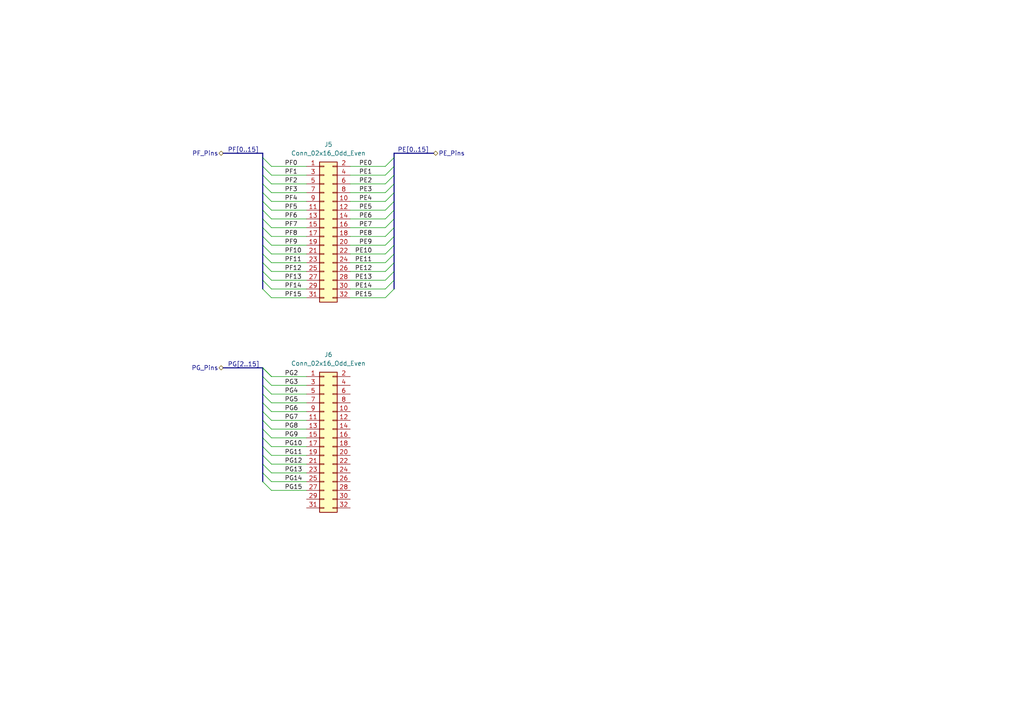
<source format=kicad_sch>
(kicad_sch (version 20250114) (generator "eeschema") (generator_version "9.0")
  (paper "A4")
  (lib_symbols
    (symbol "Connector_Generic:Conn_02x16_Odd_Even" (pin_names (offset 1.016) (hide yes))
      (property "Reference" "J" (at 1.27 20.32 0))
      (property "Value" "Conn_02x16_Odd_Even" (at 1.27 -22.86 0))
      (symbol "Conn_02x16_Odd_Even_1_1"
        (rectangle (start -1.27 19.05) (end 3.81 -21.59) (stroke (width 0.254)) (fill (type background)))
        (rectangle (start -1.27 17.907) (end 0 17.653) (stroke (width 0.1524)))
        (rectangle (start -1.27 15.367) (end 0 15.113) (stroke (width 0.1524)))
        (rectangle (start -1.27 12.827) (end 0 12.573) (stroke (width 0.1524)))
        (rectangle (start -1.27 10.287) (end 0 10.033) (stroke (width 0.1524)))
        (rectangle (start -1.27 7.747) (end 0 7.493) (stroke (width 0.1524)))
        (rectangle (start -1.27 5.207) (end 0 4.953) (stroke (width 0.1524)))
        (rectangle (start -1.27 2.667) (end 0 2.413) (stroke (width 0.1524)))
        (rectangle (start -1.27 0.127) (end 0 -0.127) (stroke (width 0.1524)))
        (rectangle (start -1.27 -2.413) (end 0 -2.667) (stroke (width 0.1524)))
        (rectangle (start -1.27 -4.953) (end 0 -5.207) (stroke (width 0.1524)))
        (rectangle (start -1.27 -7.493) (end 0 -7.747) (stroke (width 0.1524)))
        (rectangle (start -1.27 -10.033) (end 0 -10.287) (stroke (width 0.1524)))
        (rectangle (start -1.27 -12.573) (end 0 -12.827) (stroke (width 0.1524)))
        (rectangle (start -1.27 -15.113) (end 0 -15.367) (stroke (width 0.1524)))
        (rectangle (start -1.27 -17.653) (end 0 -17.907) (stroke (width 0.1524)))
        (rectangle (start -1.27 -20.193) (end 0 -20.447) (stroke (width 0.1524)))
        (rectangle (start 3.81 17.907) (end 2.54 17.653) (stroke (width 0.1524)))
        (rectangle (start 3.81 15.367) (end 2.54 15.113) (stroke (width 0.1524)))
        (rectangle (start 3.81 12.827) (end 2.54 12.573) (stroke (width 0.1524)))
        (rectangle (start 3.81 10.287) (end 2.54 10.033) (stroke (width 0.1524)))
        (rectangle (start 3.81 7.747) (end 2.54 7.493) (stroke (width 0.1524)))
        (rectangle (start 3.81 5.207) (end 2.54 4.953) (stroke (width 0.1524)))
        (rectangle (start 3.81 2.667) (end 2.54 2.413) (stroke (width 0.1524)))
        (rectangle (start 3.81 0.127) (end 2.54 -0.127) (stroke (width 0.1524)))
        (rectangle (start 3.81 -2.413) (end 2.54 -2.667) (stroke (width 0.1524)))
        (rectangle (start 3.81 -4.953) (end 2.54 -5.207) (stroke (width 0.1524)))
        (rectangle (start 3.81 -7.493) (end 2.54 -7.747) (stroke (width 0.1524)))
        (rectangle (start 3.81 -10.033) (end 2.54 -10.287) (stroke (width 0.1524)))
        (rectangle (start 3.81 -12.573) (end 2.54 -12.827) (stroke (width 0.1524)))
        (rectangle (start 3.81 -15.113) (end 2.54 -15.367) (stroke (width 0.1524)))
        (rectangle (start 3.81 -17.653) (end 2.54 -17.907) (stroke (width 0.1524)))
        (rectangle (start 3.81 -20.193) (end 2.54 -20.447) (stroke (width 0.1524)))
        (pin passive line (at -5.08 17.78 0) (length 3.81) (name "Pin_1") (number "1"))
        (pin passive line (at -5.08 15.24 0) (length 3.81) (name "Pin_3") (number "3"))
        (pin passive line (at -5.08 12.7 0) (length 3.81) (name "Pin_5") (number "5"))
        (pin passive line (at -5.08 10.16 0) (length 3.81) (name "Pin_7") (number "7"))
        (pin passive line (at -5.08 7.62 0) (length 3.81) (name "Pin_9") (number "9"))
        (pin passive line (at -5.08 5.08 0) (length 3.81) (name "Pin_11") (number "11"))
        (pin passive line (at -5.08 2.54 0) (length 3.81) (name "Pin_13") (number "13"))
        (pin passive line (at -5.08 0 0) (length 3.81) (name "Pin_15") (number "15"))
        (pin passive line (at -5.08 -2.54 0) (length 3.81) (name "Pin_17") (number "17"))
        (pin passive line (at -5.08 -5.08 0) (length 3.81) (name "Pin_19") (number "19"))
        (pin passive line (at -5.08 -7.62 0) (length 3.81) (name "Pin_21") (number "21"))
        (pin passive line (at -5.08 -10.16 0) (length 3.81) (name "Pin_23") (number "23"))
        (pin passive line (at -5.08 -12.7 0) (length 3.81) (name "Pin_25") (number "25"))
        (pin passive line (at -5.08 -15.24 0) (length 3.81) (name "Pin_27") (number "27"))
        (pin passive line (at -5.08 -17.78 0) (length 3.81) (name "Pin_29") (number "29"))
        (pin passive line (at -5.08 -20.32 0) (length 3.81) (name "Pin_31") (number "31"))
        (pin passive line (at 7.62 17.78 180) (length 3.81) (name "Pin_2") (number "2"))
        (pin passive line (at 7.62 15.24 180) (length 3.81) (name "Pin_4") (number "4"))
        (pin passive line (at 7.62 12.7 180) (length 3.81) (name "Pin_6") (number "6"))
        (pin passive line (at 7.62 10.16 180) (length 3.81) (name "Pin_8") (number "8"))
        (pin passive line (at 7.62 7.62 180) (length 3.81) (name "Pin_10") (number "10"))
        (pin passive line (at 7.62 5.08 180) (length 3.81) (name "Pin_12") (number "12"))
        (pin passive line (at 7.62 2.54 180) (length 3.81) (name "Pin_14") (number "14"))
        (pin passive line (at 7.62 0 180) (length 3.81) (name "Pin_16") (number "16"))
        (pin passive line (at 7.62 -2.54 180) (length 3.81) (name "Pin_18") (number "18"))
        (pin passive line (at 7.62 -5.08 180) (length 3.81) (name "Pin_20") (number "20"))
        (pin passive line (at 7.62 -7.62 180) (length 3.81) (name "Pin_22") (number "22"))
        (pin passive line (at 7.62 -10.16 180) (length 3.81) (name "Pin_24") (number "24"))
        (pin passive line (at 7.62 -12.7 180) (length 3.81) (name "Pin_26") (number "26"))
        (pin passive line (at 7.62 -15.24 180) (length 3.81) (name "Pin_28") (number "28"))
        (pin passive line (at 7.62 -17.78 180) (length 3.81) (name "Pin_30") (number "30"))
        (pin passive line (at 7.62 -20.32 180) (length 3.81) (name "Pin_32") (number "32"))
      )
    )
  )
  (bus_entry (at 114.3 71.12) (size -2.54 2.54))
  (bus_entry (at 114.3 60.96) (size -2.54 2.54))
  (bus_entry (at 76.2 106.68) (size 2.54 2.54))
  (bus_entry (at 76.2 71.12) (size 2.54 2.54))
  (bus_entry (at 76.2 124.46) (size 2.54 2.54))
  (bus_entry (at 76.2 78.74) (size 2.54 2.54))
  (bus_entry (at 114.3 66.04) (size -2.54 2.54))
  (bus_entry (at 114.3 76.2) (size -2.54 2.54))
  (bus_entry (at 114.3 48.26) (size -2.54 2.54))
  (bus_entry (at 114.3 63.5) (size -2.54 2.54))
  (bus_entry (at 76.2 73.66) (size 2.54 2.54))
  (bus_entry (at 76.2 66.04) (size 2.54 2.54))
  (bus_entry (at 76.2 58.42) (size 2.54 2.54))
  (bus_entry (at 76.2 55.88) (size 2.54 2.54))
  (bus_entry (at 114.3 55.88) (size -2.54 2.54))
  (bus_entry (at 114.3 58.42) (size -2.54 2.54))
  (bus_entry (at 114.3 81.28) (size -2.54 2.54))
  (bus_entry (at 76.2 109.22) (size 2.54 2.54))
  (bus_entry (at 76.2 121.92) (size 2.54 2.54))
  (bus_entry (at 76.2 129.54) (size 2.54 2.54))
  (bus_entry (at 76.2 60.96) (size 2.54 2.54))
  (bus_entry (at 114.3 73.66) (size -2.54 2.54))
  (bus_entry (at 76.2 48.26) (size 2.54 2.54))
  (bus_entry (at 76.2 134.62) (size 2.54 2.54))
  (bus_entry (at 76.2 53.34) (size 2.54 2.54))
  (bus_entry (at 114.3 53.34) (size -2.54 2.54))
  (bus_entry (at 76.2 132.08) (size 2.54 2.54))
  (bus_entry (at 76.2 137.16) (size 2.54 2.54))
  (bus_entry (at 114.3 83.82) (size -2.54 2.54))
  (bus_entry (at 76.2 116.84) (size 2.54 2.54))
  (bus_entry (at 76.2 127) (size 2.54 2.54))
  (bus_entry (at 76.2 81.28) (size 2.54 2.54))
  (bus_entry (at 76.2 45.72) (size 2.54 2.54))
  (bus_entry (at 76.2 139.7) (size 2.54 2.54))
  (bus_entry (at 114.3 68.58) (size -2.54 2.54))
  (bus_entry (at 76.2 114.3) (size 2.54 2.54))
  (bus_entry (at 76.2 119.38) (size 2.54 2.54))
  (bus_entry (at 76.2 68.58) (size 2.54 2.54))
  (bus_entry (at 76.2 76.2) (size 2.54 2.54))
  (bus_entry (at 76.2 106.68) (size 2.54 2.54))
  (bus_entry (at 76.2 111.76) (size 2.54 2.54))
  (bus_entry (at 76.2 63.5) (size 2.54 2.54))
  (bus_entry (at 76.2 50.8) (size 2.54 2.54))
  (bus_entry (at 76.2 83.82) (size 2.54 2.54))
  (bus_entry (at 114.3 78.74) (size -2.54 2.54))
  (bus_entry (at 114.3 50.8) (size -2.54 2.54))
  (bus_entry (at 114.3 45.72) (size -2.54 2.54))
  (bus (pts (xy 114.3 45.72) (xy 114.3 48.26)))
  (wire (pts (xy 111.76 86.36) (xy 101.6 86.36)))
  (wire (pts (xy 111.76 60.96) (xy 101.6 60.96)))
  (wire (pts (xy 78.74 58.42) (xy 88.9 58.42)))
  (wire (pts (xy 78.74 114.3) (xy 88.9 114.3)))
  (wire (pts (xy 78.74 86.36) (xy 88.9 86.36)))
  (wire (pts (xy 111.76 78.74) (xy 101.6 78.74)))
  (wire (pts (xy 111.76 58.42) (xy 101.6 58.42)))
  (wire (pts (xy 78.74 71.12) (xy 88.9 71.12)))
  (wire (pts (xy 111.76 81.28) (xy 101.6 81.28)))
  (wire (pts (xy 78.74 116.84) (xy 88.9 116.84)))
  (wire (pts (xy 78.74 66.04) (xy 88.9 66.04)))
  (wire (pts (xy 78.74 124.46) (xy 88.9 124.46)))
  (bus (pts (xy 76.2 78.74) (xy 76.2 81.28)))
  (wire (pts (xy 111.76 50.8) (xy 101.6 50.8)))
  (wire (pts (xy 78.74 83.82) (xy 88.9 83.82)))
  (bus (pts (xy 114.3 76.2) (xy 114.3 78.74)))
  (wire (pts (xy 78.74 50.8) (xy 88.9 50.8)))
  (bus (pts (xy 64.77 106.68) (xy 76.2 106.68)))
  (bus (pts (xy 114.3 55.88) (xy 114.3 58.42)))
  (bus (pts (xy 114.3 63.5) (xy 114.3 66.04)))
  (wire (pts (xy 78.74 137.16) (xy 88.9 137.16)))
  (wire (pts (xy 78.74 73.66) (xy 88.9 73.66)))
  (wire (pts (xy 78.74 129.54) (xy 88.9 129.54)))
  (bus (pts (xy 76.2 66.04) (xy 76.2 68.58)))
  (bus (pts (xy 76.2 53.34) (xy 76.2 55.88)))
  (wire (pts (xy 78.74 132.08) (xy 88.9 132.08)))
  (bus (pts (xy 76.2 58.42) (xy 76.2 60.96)))
  (bus (pts (xy 76.2 124.46) (xy 76.2 127)))
  (wire (pts (xy 78.74 53.34) (xy 88.9 53.34)))
  (bus (pts (xy 114.3 73.66) (xy 114.3 76.2)))
  (bus (pts (xy 114.3 60.96) (xy 114.3 63.5)))
  (bus (pts (xy 76.2 132.08) (xy 76.2 134.62)))
  (bus (pts (xy 76.2 119.38) (xy 76.2 121.92)))
  (wire (pts (xy 111.76 73.66) (xy 101.6 73.66)))
  (bus (pts (xy 76.2 106.68) (xy 76.2 109.22)))
  (bus (pts (xy 114.3 44.45) (xy 114.3 45.72)))
  (wire (pts (xy 111.76 71.12) (xy 101.6 71.12)))
  (bus (pts (xy 76.2 63.5) (xy 76.2 66.04)))
  (bus (pts (xy 76.2 71.12) (xy 76.2 73.66)))
  (bus (pts (xy 114.3 58.42) (xy 114.3 60.96)))
  (bus (pts (xy 76.2 55.88) (xy 76.2 58.42)))
  (bus (pts (xy 76.2 134.62) (xy 76.2 137.16)))
  (bus (pts (xy 76.2 44.45) (xy 76.2 45.72)))
  (bus (pts (xy 114.3 78.74) (xy 114.3 81.28)))
  (bus (pts (xy 76.2 114.3) (xy 76.2 116.84)))
  (wire (pts (xy 78.74 111.76) (xy 88.9 111.76)))
  (wire (pts (xy 78.74 55.88) (xy 88.9 55.88)))
  (bus (pts (xy 76.2 45.72) (xy 76.2 48.26)))
  (bus (pts (xy 114.3 71.12) (xy 114.3 73.66)))
  (bus (pts (xy 114.3 81.28) (xy 114.3 83.82)))
  (wire (pts (xy 78.74 78.74) (xy 88.9 78.74)))
  (wire (pts (xy 78.74 48.26) (xy 88.9 48.26)))
  (wire (pts (xy 111.76 76.2) (xy 101.6 76.2)))
  (wire (pts (xy 78.74 139.7) (xy 88.9 139.7)))
  (bus (pts (xy 76.2 121.92) (xy 76.2 124.46)))
  (bus (pts (xy 76.2 127) (xy 76.2 129.54)))
  (wire (pts (xy 78.74 63.5) (xy 88.9 63.5)))
  (bus (pts (xy 114.3 53.34) (xy 114.3 55.88)))
  (bus (pts (xy 64.77 44.45) (xy 76.2 44.45)))
  (bus (pts (xy 76.2 129.54) (xy 76.2 132.08)))
  (bus (pts (xy 76.2 68.58) (xy 76.2 71.12)))
  (bus (pts (xy 76.2 81.28) (xy 76.2 83.82)))
  (wire (pts (xy 111.76 66.04) (xy 101.6 66.04)))
  (wire (pts (xy 111.76 55.88) (xy 101.6 55.88)))
  (bus (pts (xy 76.2 116.84) (xy 76.2 119.38)))
  (bus (pts (xy 76.2 76.2) (xy 76.2 78.74)))
  (wire (pts (xy 78.74 109.22) (xy 88.9 109.22)))
  (wire (pts (xy 111.76 68.58) (xy 101.6 68.58)))
  (wire (pts (xy 78.74 134.62) (xy 88.9 134.62)))
  (bus (pts (xy 76.2 50.8) (xy 76.2 53.34)))
  (bus (pts (xy 76.2 137.16) (xy 76.2 139.7)))
  (wire (pts (xy 111.76 48.26) (xy 101.6 48.26)))
  (bus (pts (xy 76.2 48.26) (xy 76.2 50.8)))
  (wire (pts (xy 78.74 142.24) (xy 88.9 142.24)))
  (bus (pts (xy 114.3 68.58) (xy 114.3 71.12)))
  (bus (pts (xy 125.73 44.45) (xy 114.3 44.45)))
  (wire (pts (xy 111.76 63.5) (xy 101.6 63.5)))
  (bus (pts (xy 114.3 48.26) (xy 114.3 50.8)))
  (bus (pts (xy 76.2 111.76) (xy 76.2 114.3)))
  (wire (pts (xy 78.74 81.28) (xy 88.9 81.28)))
  (wire (pts (xy 78.74 121.92) (xy 88.9 121.92)))
  (bus (pts (xy 76.2 109.22) (xy 76.2 111.76)))
  (bus (pts (xy 76.2 60.96) (xy 76.2 63.5)))
  (bus (pts (xy 114.3 50.8) (xy 114.3 53.34)))
  (wire (pts (xy 78.74 68.58) (xy 88.9 68.58)))
  (bus (pts (xy 76.2 73.66) (xy 76.2 76.2)))
  (wire (pts (xy 78.74 60.96) (xy 88.9 60.96)))
  (wire (pts (xy 111.76 53.34) (xy 101.6 53.34)))
  (wire (pts (xy 78.74 119.38) (xy 88.9 119.38)))
  (wire (pts (xy 78.74 76.2) (xy 88.9 76.2)))
  (bus (pts (xy 114.3 66.04) (xy 114.3 68.58)))
  (wire (pts (xy 111.76 83.82) (xy 101.6 83.82)))
  (wire (pts (xy 78.74 127) (xy 88.9 127)))
  (label "PG10" (at 82.55 129.54 0))
  (label "PG15" (at 82.55 142.24 0))
  (label "PG5" (at 82.55 116.84 0))
  (label "PE1" (at 107.95 50.8 180))
  (label "PG8" (at 82.55 124.46 0))
  (label "PF4" (at 82.55 58.42 0))
  (label "PG[2..15]" (at 66.04 106.68 0))
  (label "PF3" (at 82.55 55.88 0))
  (label "PE9" (at 107.95 71.12 180))
  (label "PG3" (at 82.55 111.76 0))
  (label "PE12" (at 107.95 78.74 180))
  (label "PF13" (at 82.55 81.28 0))
  (label "PF1" (at 82.55 50.8 0))
  (label "PF5" (at 82.55 60.96 0))
  (label "PF11" (at 82.55 76.2 0))
  (label "PF0" (at 82.55 48.26 0))
  (label "PF2" (at 82.55 53.34 0))
  (label "PG4" (at 82.55 114.3 0))
  (label "PE14" (at 107.95 83.82 180))
  (label "PE7" (at 107.95 66.04 180))
  (label "PF7" (at 82.55 66.04 0))
  (label "PE[0..15]" (at 124.46 44.45 180))
  (label "PG14" (at 82.55 139.7 0))
  (label "PF10" (at 82.55 73.66 0))
  (label "PE15" (at 107.95 86.36 180))
  (label "PF15" (at 82.55 86.36 0))
  (label "PE2" (at 107.95 53.34 180))
  (label "PF6" (at 82.55 63.5 0))
  (label "PE13" (at 107.95 81.28 180))
  (label "PE3" (at 107.95 55.88 180))
  (label "PG7" (at 82.55 121.92 0))
  (label "PF[0..15]" (at 66.04 44.45 0))
  (label "PG6" (at 82.55 119.38 0))
  (label "PE10" (at 107.95 73.66 180))
  (label "PE6" (at 107.95 63.5 180))
  (label "PE8" (at 107.95 68.58 180))
  (label "PG13" (at 82.55 137.16 0))
  (label "PE11" (at 107.95 76.2 180))
  (label "PE4" (at 107.95 58.42 180))
  (label "PG12" (at 82.55 134.62 0))
  (label "PG9" (at 82.55 127 0))
  (label "PE0" (at 107.95 48.26 180))
  (label "PG2" (at 82.55 109.22 0))
  (label "PG11" (at 82.55 132.08 0))
  (label "PF8" (at 82.55 68.58 0))
  (label "PE5" (at 107.95 60.96 180))
  (label "PF12" (at 82.55 78.74 0))
  (label "PF9" (at 82.55 71.12 0))
  (label "PF14" (at 82.55 83.82 0))
  (hierarchical_label "PE_Pins" (shape bidirectional) (at 125.73 44.45 0))
  (hierarchical_label "PG_Pins" (shape bidirectional) (at 64.77 106.68 180))
  (hierarchical_label "PF_Pins" (shape bidirectional) (at 64.77 44.45 180))
  (symbol (lib_id "Connector_Generic:Conn_02x16_Odd_Even") (at 93.98 127 0) (unit 1)
    (property "Reference" "J6" (at 95.25 102.87 0))
    (property "Value" "Conn_02x16_Odd_Even" (at 95.25 105.41 0))
    (property "Description" "Generic connector, double row, 02x16, odd/even pin numbering scheme (row 1 odd numbers, row 2 even numbers), script generated (kicad-library-utils/schlib/autogen/connector/)" (effects (hide yes)))
  )
  (symbol (lib_id "Connector_Generic:Conn_02x16_Odd_Even") (at 93.98 66.04 0) (unit 1)
    (property "Reference" "J5" (at 95.25 41.91 0))
    (property "Value" "Conn_02x16_Odd_Even" (at 95.25 44.45 0))
    (property "Description" "Generic connector, double row, 02x16, odd/even pin numbering scheme (row 1 odd numbers, row 2 even numbers), script generated (kicad-library-utils/schlib/autogen/connector/)" (effects (hide yes)))
  )
)
</source>
